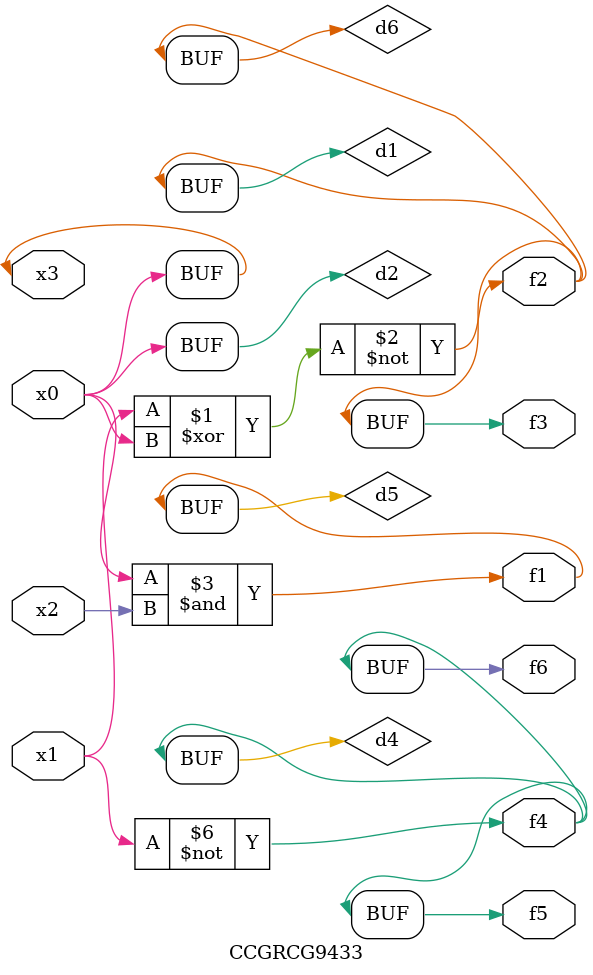
<source format=v>
module CCGRCG9433(
	input x0, x1, x2, x3,
	output f1, f2, f3, f4, f5, f6
);

	wire d1, d2, d3, d4, d5, d6;

	xnor (d1, x1, x3);
	buf (d2, x0, x3);
	nand (d3, x0, x2);
	not (d4, x1);
	nand (d5, d3);
	or (d6, d1);
	assign f1 = d5;
	assign f2 = d6;
	assign f3 = d6;
	assign f4 = d4;
	assign f5 = d4;
	assign f6 = d4;
endmodule

</source>
